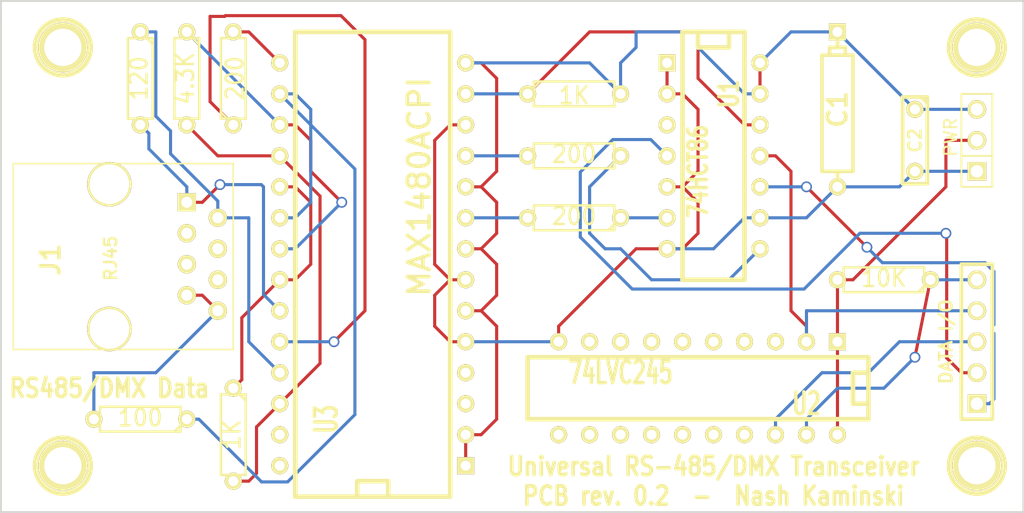
<source format=kicad_pcb>
(kicad_pcb (version 4) (host pcbnew "(2015-10-16 BZR 6271)-product")

  (general
    (links 55)
    (no_connects 0)
    (area 50.724999 16.9418 134.695001 60.0202)
    (thickness 1.6)
    (drawings 8)
    (tracks 206)
    (zones 0)
    (modules 21)
    (nets 23)
  )

  (page A3)
  (layers
    (0 F.Cu signal)
    (31 B.Cu signal)
    (32 B.Adhes user)
    (33 F.Adhes user)
    (34 B.Paste user)
    (35 F.Paste user)
    (36 B.SilkS user)
    (37 F.SilkS user)
    (38 B.Mask user)
    (39 F.Mask user)
    (40 Dwgs.User user)
    (41 Cmts.User user)
    (42 Eco1.User user)
    (43 Eco2.User user)
    (44 Edge.Cuts user)
  )

  (setup
    (last_trace_width 0.254)
    (trace_clearance 0.508)
    (zone_clearance 0.508)
    (zone_45_only no)
    (trace_min 0.254)
    (segment_width 0.2)
    (edge_width 0.15)
    (via_size 0.889)
    (via_drill 0.635)
    (via_min_size 0.889)
    (via_min_drill 0.508)
    (uvia_size 0.508)
    (uvia_drill 0.127)
    (uvias_allowed no)
    (uvia_min_size 0.508)
    (uvia_min_drill 0.127)
    (pcb_text_width 0.3)
    (pcb_text_size 1.5 1.5)
    (mod_edge_width 0.15)
    (mod_text_size 1.5 1.5)
    (mod_text_width 0.15)
    (pad_size 1.524 1.524)
    (pad_drill 0.762)
    (pad_to_mask_clearance 0.2)
    (aux_axis_origin 0 0)
    (visible_elements FFFFFFBF)
    (pcbplotparams
      (layerselection 0x010e0_80000001)
      (usegerberextensions false)
      (excludeedgelayer true)
      (linewidth 0.100000)
      (plotframeref false)
      (viasonmask false)
      (mode 1)
      (useauxorigin false)
      (hpglpennumber 1)
      (hpglpenspeed 20)
      (hpglpendiameter 15)
      (hpglpenoverlay 2)
      (psnegative false)
      (psa4output false)
      (plotreference true)
      (plotvalue true)
      (plotinvisibletext false)
      (padsonsilk false)
      (subtractmaskfromsilk false)
      (outputformat 1)
      (mirror false)
      (drillshape 0)
      (scaleselection 1)
      (outputdirectory /Users/nashkaminski/Desktop/1480_DMX_NEW/1480_dmx_gerbers/))
  )

  (net 0 "")
  (net 1 3V3)
  (net 2 GND)
  (net 3 N-000001)
  (net 4 N-000002)
  (net 5 N-0000022)
  (net 6 N-0000026)
  (net 7 N-0000028)
  (net 8 N-0000029)
  (net 9 N-000003)
  (net 10 N-0000030)
  (net 11 N-0000032)
  (net 12 N-0000033)
  (net 13 N-0000034)
  (net 14 N-0000035)
  (net 15 N-0000036)
  (net 16 N-0000037)
  (net 17 N-0000040)
  (net 18 N-0000041)
  (net 19 N-0000042)
  (net 20 N-000005)
  (net 21 N-000006)
  (net 22 VCC)

  (net_class Default "This is the default net class."
    (clearance 0.508)
    (trace_width 0.254)
    (via_dia 0.889)
    (via_drill 0.635)
    (uvia_dia 0.508)
    (uvia_drill 0.127)
    (add_net 3V3)
    (add_net GND)
    (add_net N-000001)
    (add_net N-000002)
    (add_net N-0000022)
    (add_net N-0000026)
    (add_net N-0000028)
    (add_net N-0000029)
    (add_net N-000003)
    (add_net N-0000030)
    (add_net N-0000032)
    (add_net N-0000033)
    (add_net N-0000034)
    (add_net N-0000035)
    (add_net N-0000036)
    (add_net N-0000037)
    (add_net N-0000040)
    (add_net N-0000041)
    (add_net N-0000042)
    (add_net N-000005)
    (add_net N-000006)
    (add_net VCC)
  )

  (module RJ45_8 placed (layer F.Cu) (tedit 5657D7C7) (tstamp 56577490)
    (at 59.69 38.735 270)
    (tags RJ45)
    (path /56576E76)
    (fp_text reference J1 (at 0.254 4.826 270) (layer F.SilkS)
      (effects (font (thickness 0.3048)))
    )
    (fp_text value RJ45 (at 0.14224 -0.1016 270) (layer F.SilkS)
      (effects (font (size 1.00076 1.00076) (thickness 0.2032)))
    )
    (fp_line (start -7.62 7.874) (end 7.62 7.874) (layer F.SilkS) (width 0.127))
    (fp_line (start 7.62 7.874) (end 7.62 -10.16) (layer F.SilkS) (width 0.127))
    (fp_line (start 7.62 -10.16) (end -7.62 -10.16) (layer F.SilkS) (width 0.127))
    (fp_line (start -7.62 -10.16) (end -7.62 7.874) (layer F.SilkS) (width 0.127))
    (pad Hole thru_hole circle (at 5.93852 0 270) (size 3.64998 3.64998) (drill 3.2512) (layers *.Cu *.Mask F.SilkS))
    (pad Hole thru_hole circle (at -5.9309 0 270) (size 3.64998 3.64998) (drill 3.2512) (layers *.Cu *.Mask F.SilkS))
    (pad 1 thru_hole rect (at -4.445 -6.35 270) (size 1.50114 1.50114) (drill 0.89916) (layers *.Cu *.Mask F.SilkS)
      (net 14 N-0000035))
    (pad 2 thru_hole circle (at -3.175 -8.89 270) (size 1.50114 1.50114) (drill 0.89916) (layers *.Cu *.Mask F.SilkS)
      (net 13 N-0000034))
    (pad 3 thru_hole circle (at -1.905 -6.35 270) (size 1.50114 1.50114) (drill 0.89916) (layers *.Cu *.Mask F.SilkS))
    (pad 4 thru_hole circle (at -0.635 -8.89 270) (size 1.50114 1.50114) (drill 0.89916) (layers *.Cu *.Mask F.SilkS))
    (pad 5 thru_hole circle (at 0.635 -6.35 270) (size 1.50114 1.50114) (drill 0.89916) (layers *.Cu *.Mask F.SilkS))
    (pad 6 thru_hole circle (at 1.905 -8.89 270) (size 1.50114 1.50114) (drill 0.89916) (layers *.Cu *.Mask F.SilkS))
    (pad 7 thru_hole circle (at 3.175 -6.35 270) (size 1.50114 1.50114) (drill 0.89916) (layers *.Cu *.Mask F.SilkS)
      (net 6 N-0000026))
    (pad 8 thru_hole circle (at 4.445 -8.89 270) (size 1.50114 1.50114) (drill 0.89916) (layers *.Cu *.Mask F.SilkS)
      (net 6 N-0000026))
    (model connectors/RJ45_8.wrl
      (at (xyz 0 0 0))
      (scale (xyz 0.4 0.4 0.4))
      (rotate (xyz 0 0 0))
    )
  )

  (module R3 placed (layer F.Cu) (tedit 4E4C0E65) (tstamp 565774C8)
    (at 62.23 52.07 180)
    (descr "Resitance 3 pas")
    (tags R)
    (path /5642EA3B)
    (autoplace_cost180 10)
    (fp_text reference R8 (at 0 0.127 180) (layer F.SilkS) hide
      (effects (font (size 1.397 1.27) (thickness 0.2032)))
    )
    (fp_text value 100 (at 0 0.127 180) (layer F.SilkS)
      (effects (font (size 1.397 1.27) (thickness 0.2032)))
    )
    (fp_line (start -3.81 0) (end -3.302 0) (layer F.SilkS) (width 0.2032))
    (fp_line (start 3.81 0) (end 3.302 0) (layer F.SilkS) (width 0.2032))
    (fp_line (start 3.302 0) (end 3.302 -1.016) (layer F.SilkS) (width 0.2032))
    (fp_line (start 3.302 -1.016) (end -3.302 -1.016) (layer F.SilkS) (width 0.2032))
    (fp_line (start -3.302 -1.016) (end -3.302 1.016) (layer F.SilkS) (width 0.2032))
    (fp_line (start -3.302 1.016) (end 3.302 1.016) (layer F.SilkS) (width 0.2032))
    (fp_line (start 3.302 1.016) (end 3.302 0) (layer F.SilkS) (width 0.2032))
    (fp_line (start -3.302 -0.508) (end -2.794 -1.016) (layer F.SilkS) (width 0.2032))
    (pad 1 thru_hole circle (at -3.81 0 180) (size 1.397 1.397) (drill 0.8128) (layers *.Cu *.Mask F.SilkS)
      (net 7 N-0000028))
    (pad 2 thru_hole circle (at 3.81 0 180) (size 1.397 1.397) (drill 0.8128) (layers *.Cu *.Mask F.SilkS)
      (net 6 N-0000026))
    (model discret/resistor.wrl
      (at (xyz 0 0 0))
      (scale (xyz 0.3 0.3 0.3))
      (rotate (xyz 0 0 0))
    )
  )

  (module R3 placed (layer F.Cu) (tedit 4E4C0E65) (tstamp 5657749E)
    (at 62.23 24.13 270)
    (descr "Resitance 3 pas")
    (tags R)
    (path /5642ED99)
    (autoplace_cost180 10)
    (fp_text reference R9 (at 0 0.127 270) (layer F.SilkS) hide
      (effects (font (size 1.397 1.27) (thickness 0.2032)))
    )
    (fp_text value 120 (at 0 0.127 270) (layer F.SilkS)
      (effects (font (size 1.397 1.27) (thickness 0.2032)))
    )
    (fp_line (start -3.81 0) (end -3.302 0) (layer F.SilkS) (width 0.2032))
    (fp_line (start 3.81 0) (end 3.302 0) (layer F.SilkS) (width 0.2032))
    (fp_line (start 3.302 0) (end 3.302 -1.016) (layer F.SilkS) (width 0.2032))
    (fp_line (start 3.302 -1.016) (end -3.302 -1.016) (layer F.SilkS) (width 0.2032))
    (fp_line (start -3.302 -1.016) (end -3.302 1.016) (layer F.SilkS) (width 0.2032))
    (fp_line (start -3.302 1.016) (end 3.302 1.016) (layer F.SilkS) (width 0.2032))
    (fp_line (start 3.302 1.016) (end 3.302 0) (layer F.SilkS) (width 0.2032))
    (fp_line (start -3.302 -0.508) (end -2.794 -1.016) (layer F.SilkS) (width 0.2032))
    (pad 1 thru_hole circle (at -3.81 0 270) (size 1.397 1.397) (drill 0.8128) (layers *.Cu *.Mask F.SilkS)
      (net 13 N-0000034))
    (pad 2 thru_hole circle (at 3.81 0 270) (size 1.397 1.397) (drill 0.8128) (layers *.Cu *.Mask F.SilkS)
      (net 14 N-0000035))
    (model discret/resistor.wrl
      (at (xyz 0 0 0))
      (scale (xyz 0.3 0.3 0.3))
      (rotate (xyz 0 0 0))
    )
  )

  (module R3 placed (layer F.Cu) (tedit 4E4C0E65) (tstamp 565774AC)
    (at 97.79 35.56 180)
    (descr "Resitance 3 pas")
    (tags R)
    (path /5642D2FE)
    (autoplace_cost180 10)
    (fp_text reference R2 (at 0 0.127 180) (layer F.SilkS) hide
      (effects (font (size 1.397 1.27) (thickness 0.2032)))
    )
    (fp_text value 200 (at 0 0.127 180) (layer F.SilkS)
      (effects (font (size 1.397 1.27) (thickness 0.2032)))
    )
    (fp_line (start -3.81 0) (end -3.302 0) (layer F.SilkS) (width 0.2032))
    (fp_line (start 3.81 0) (end 3.302 0) (layer F.SilkS) (width 0.2032))
    (fp_line (start 3.302 0) (end 3.302 -1.016) (layer F.SilkS) (width 0.2032))
    (fp_line (start 3.302 -1.016) (end -3.302 -1.016) (layer F.SilkS) (width 0.2032))
    (fp_line (start -3.302 -1.016) (end -3.302 1.016) (layer F.SilkS) (width 0.2032))
    (fp_line (start -3.302 1.016) (end 3.302 1.016) (layer F.SilkS) (width 0.2032))
    (fp_line (start 3.302 1.016) (end 3.302 0) (layer F.SilkS) (width 0.2032))
    (fp_line (start -3.302 -0.508) (end -2.794 -1.016) (layer F.SilkS) (width 0.2032))
    (pad 1 thru_hole circle (at -3.81 0 180) (size 1.397 1.397) (drill 0.8128) (layers *.Cu *.Mask F.SilkS)
      (net 15 N-0000036))
    (pad 2 thru_hole circle (at 3.81 0 180) (size 1.397 1.397) (drill 0.8128) (layers *.Cu *.Mask F.SilkS)
      (net 17 N-0000040))
    (model discret/resistor.wrl
      (at (xyz 0 0 0))
      (scale (xyz 0.3 0.3 0.3))
      (rotate (xyz 0 0 0))
    )
  )

  (module R3 placed (layer F.Cu) (tedit 4E4C0E65) (tstamp 565774BA)
    (at 97.79 30.48 180)
    (descr "Resitance 3 pas")
    (tags R)
    (path /5642D30D)
    (autoplace_cost180 10)
    (fp_text reference R3 (at 0 0.127 180) (layer F.SilkS) hide
      (effects (font (size 1.397 1.27) (thickness 0.2032)))
    )
    (fp_text value 200 (at 0 0.127 180) (layer F.SilkS)
      (effects (font (size 1.397 1.27) (thickness 0.2032)))
    )
    (fp_line (start -3.81 0) (end -3.302 0) (layer F.SilkS) (width 0.2032))
    (fp_line (start 3.81 0) (end 3.302 0) (layer F.SilkS) (width 0.2032))
    (fp_line (start 3.302 0) (end 3.302 -1.016) (layer F.SilkS) (width 0.2032))
    (fp_line (start 3.302 -1.016) (end -3.302 -1.016) (layer F.SilkS) (width 0.2032))
    (fp_line (start -3.302 -1.016) (end -3.302 1.016) (layer F.SilkS) (width 0.2032))
    (fp_line (start -3.302 1.016) (end 3.302 1.016) (layer F.SilkS) (width 0.2032))
    (fp_line (start 3.302 1.016) (end 3.302 0) (layer F.SilkS) (width 0.2032))
    (fp_line (start -3.302 -0.508) (end -2.794 -1.016) (layer F.SilkS) (width 0.2032))
    (pad 1 thru_hole circle (at -3.81 0 180) (size 1.397 1.397) (drill 0.8128) (layers *.Cu *.Mask F.SilkS)
      (net 16 N-0000037))
    (pad 2 thru_hole circle (at 3.81 0 180) (size 1.397 1.397) (drill 0.8128) (layers *.Cu *.Mask F.SilkS)
      (net 18 N-0000041))
    (model discret/resistor.wrl
      (at (xyz 0 0 0))
      (scale (xyz 0.3 0.3 0.3))
      (rotate (xyz 0 0 0))
    )
  )

  (module R3 placed (layer F.Cu) (tedit 4E4C0E65) (tstamp 565774D6)
    (at 97.79 25.4)
    (descr "Resitance 3 pas")
    (tags R)
    (path /5642DD0B)
    (autoplace_cost180 10)
    (fp_text reference R4 (at 0 0.127) (layer F.SilkS) hide
      (effects (font (size 1.397 1.27) (thickness 0.2032)))
    )
    (fp_text value 1K (at 0 0.127) (layer F.SilkS)
      (effects (font (size 1.397 1.27) (thickness 0.2032)))
    )
    (fp_line (start -3.81 0) (end -3.302 0) (layer F.SilkS) (width 0.2032))
    (fp_line (start 3.81 0) (end 3.302 0) (layer F.SilkS) (width 0.2032))
    (fp_line (start 3.302 0) (end 3.302 -1.016) (layer F.SilkS) (width 0.2032))
    (fp_line (start 3.302 -1.016) (end -3.302 -1.016) (layer F.SilkS) (width 0.2032))
    (fp_line (start -3.302 -1.016) (end -3.302 1.016) (layer F.SilkS) (width 0.2032))
    (fp_line (start -3.302 1.016) (end 3.302 1.016) (layer F.SilkS) (width 0.2032))
    (fp_line (start 3.302 1.016) (end 3.302 0) (layer F.SilkS) (width 0.2032))
    (fp_line (start -3.302 -0.508) (end -2.794 -1.016) (layer F.SilkS) (width 0.2032))
    (pad 1 thru_hole circle (at -3.81 0) (size 1.397 1.397) (drill 0.8128) (layers *.Cu *.Mask F.SilkS)
      (net 19 N-0000042))
    (pad 2 thru_hole circle (at 3.81 0) (size 1.397 1.397) (drill 0.8128) (layers *.Cu *.Mask F.SilkS)
      (net 22 VCC))
    (model discret/resistor.wrl
      (at (xyz 0 0 0))
      (scale (xyz 0.3 0.3 0.3))
      (rotate (xyz 0 0 0))
    )
  )

  (module R3 placed (layer F.Cu) (tedit 4E4C0E65) (tstamp 5657D347)
    (at 69.85 24.13 90)
    (descr "Resitance 3 pas")
    (tags R)
    (path /5642E9F3)
    (autoplace_cost180 10)
    (fp_text reference R7 (at 0 0.127 90) (layer F.SilkS) hide
      (effects (font (size 1.397 1.27) (thickness 0.2032)))
    )
    (fp_text value 200 (at 0 0.127 90) (layer F.SilkS)
      (effects (font (size 1.397 1.27) (thickness 0.2032)))
    )
    (fp_line (start -3.81 0) (end -3.302 0) (layer F.SilkS) (width 0.2032))
    (fp_line (start 3.81 0) (end 3.302 0) (layer F.SilkS) (width 0.2032))
    (fp_line (start 3.302 0) (end 3.302 -1.016) (layer F.SilkS) (width 0.2032))
    (fp_line (start 3.302 -1.016) (end -3.302 -1.016) (layer F.SilkS) (width 0.2032))
    (fp_line (start -3.302 -1.016) (end -3.302 1.016) (layer F.SilkS) (width 0.2032))
    (fp_line (start -3.302 1.016) (end 3.302 1.016) (layer F.SilkS) (width 0.2032))
    (fp_line (start 3.302 1.016) (end 3.302 0) (layer F.SilkS) (width 0.2032))
    (fp_line (start -3.302 -0.508) (end -2.794 -1.016) (layer F.SilkS) (width 0.2032))
    (pad 1 thru_hole circle (at -3.81 0 90) (size 1.397 1.397) (drill 0.8128) (layers *.Cu *.Mask F.SilkS)
      (net 8 N-0000029))
    (pad 2 thru_hole circle (at 3.81 0 90) (size 1.397 1.397) (drill 0.8128) (layers *.Cu *.Mask F.SilkS)
      (net 10 N-0000030))
    (model discret/resistor.wrl
      (at (xyz 0 0 0))
      (scale (xyz 0.3 0.3 0.3))
      (rotate (xyz 0 0 0))
    )
  )

  (module R3 placed (layer F.Cu) (tedit 4E4C0E65) (tstamp 565774F2)
    (at 66.04 24.13 270)
    (descr "Resitance 3 pas")
    (tags R)
    (path /5642E9E4)
    (autoplace_cost180 10)
    (fp_text reference R5 (at 0 0.127 270) (layer F.SilkS) hide
      (effects (font (size 1.397 1.27) (thickness 0.2032)))
    )
    (fp_text value 4.3K (at 0 0.127 270) (layer F.SilkS)
      (effects (font (size 1.397 1.27) (thickness 0.2032)))
    )
    (fp_line (start -3.81 0) (end -3.302 0) (layer F.SilkS) (width 0.2032))
    (fp_line (start 3.81 0) (end 3.302 0) (layer F.SilkS) (width 0.2032))
    (fp_line (start 3.302 0) (end 3.302 -1.016) (layer F.SilkS) (width 0.2032))
    (fp_line (start 3.302 -1.016) (end -3.302 -1.016) (layer F.SilkS) (width 0.2032))
    (fp_line (start -3.302 -1.016) (end -3.302 1.016) (layer F.SilkS) (width 0.2032))
    (fp_line (start -3.302 1.016) (end 3.302 1.016) (layer F.SilkS) (width 0.2032))
    (fp_line (start 3.302 1.016) (end 3.302 0) (layer F.SilkS) (width 0.2032))
    (fp_line (start -3.302 -0.508) (end -2.794 -1.016) (layer F.SilkS) (width 0.2032))
    (pad 1 thru_hole circle (at -3.81 0 270) (size 1.397 1.397) (drill 0.8128) (layers *.Cu *.Mask F.SilkS)
      (net 12 N-0000033))
    (pad 2 thru_hole circle (at 3.81 0 270) (size 1.397 1.397) (drill 0.8128) (layers *.Cu *.Mask F.SilkS)
      (net 5 N-0000022))
    (model discret/resistor.wrl
      (at (xyz 0 0 0))
      (scale (xyz 0.3 0.3 0.3))
      (rotate (xyz 0 0 0))
    )
  )

  (module R3 placed (layer F.Cu) (tedit 4E4C0E65) (tstamp 56577500)
    (at 123.19 40.64 180)
    (descr "Resitance 3 pas")
    (tags R)
    (path /5642E771)
    (autoplace_cost180 10)
    (fp_text reference R1 (at 0 0.127 180) (layer F.SilkS) hide
      (effects (font (size 1.397 1.27) (thickness 0.2032)))
    )
    (fp_text value 10K (at 0 0.127 180) (layer F.SilkS)
      (effects (font (size 1.397 1.27) (thickness 0.2032)))
    )
    (fp_line (start -3.81 0) (end -3.302 0) (layer F.SilkS) (width 0.2032))
    (fp_line (start 3.81 0) (end 3.302 0) (layer F.SilkS) (width 0.2032))
    (fp_line (start 3.302 0) (end 3.302 -1.016) (layer F.SilkS) (width 0.2032))
    (fp_line (start 3.302 -1.016) (end -3.302 -1.016) (layer F.SilkS) (width 0.2032))
    (fp_line (start -3.302 -1.016) (end -3.302 1.016) (layer F.SilkS) (width 0.2032))
    (fp_line (start -3.302 1.016) (end 3.302 1.016) (layer F.SilkS) (width 0.2032))
    (fp_line (start 3.302 1.016) (end 3.302 0) (layer F.SilkS) (width 0.2032))
    (fp_line (start -3.302 -0.508) (end -2.794 -1.016) (layer F.SilkS) (width 0.2032))
    (pad 1 thru_hole circle (at -3.81 0 180) (size 1.397 1.397) (drill 0.8128) (layers *.Cu *.Mask F.SilkS)
      (net 9 N-000003))
    (pad 2 thru_hole circle (at 3.81 0 180) (size 1.397 1.397) (drill 0.8128) (layers *.Cu *.Mask F.SilkS)
      (net 1 3V3))
    (model discret/resistor.wrl
      (at (xyz 0 0 0))
      (scale (xyz 0.3 0.3 0.3))
      (rotate (xyz 0 0 0))
    )
  )

  (module R3 placed (layer F.Cu) (tedit 4E4C0E65) (tstamp 5657750E)
    (at 69.85 53.34 270)
    (descr "Resitance 3 pas")
    (tags R)
    (path /5642E9D5)
    (autoplace_cost180 10)
    (fp_text reference R6 (at 0 0.127 270) (layer F.SilkS) hide
      (effects (font (size 1.397 1.27) (thickness 0.2032)))
    )
    (fp_text value 1K (at 0 0.127 270) (layer F.SilkS)
      (effects (font (size 1.397 1.27) (thickness 0.2032)))
    )
    (fp_line (start -3.81 0) (end -3.302 0) (layer F.SilkS) (width 0.2032))
    (fp_line (start 3.81 0) (end 3.302 0) (layer F.SilkS) (width 0.2032))
    (fp_line (start 3.302 0) (end 3.302 -1.016) (layer F.SilkS) (width 0.2032))
    (fp_line (start 3.302 -1.016) (end -3.302 -1.016) (layer F.SilkS) (width 0.2032))
    (fp_line (start -3.302 -1.016) (end -3.302 1.016) (layer F.SilkS) (width 0.2032))
    (fp_line (start -3.302 1.016) (end 3.302 1.016) (layer F.SilkS) (width 0.2032))
    (fp_line (start 3.302 1.016) (end 3.302 0) (layer F.SilkS) (width 0.2032))
    (fp_line (start -3.302 -0.508) (end -2.794 -1.016) (layer F.SilkS) (width 0.2032))
    (pad 1 thru_hole circle (at -3.81 0 270) (size 1.397 1.397) (drill 0.8128) (layers *.Cu *.Mask F.SilkS)
      (net 11 N-0000032))
    (pad 2 thru_hole circle (at 3.81 0 270) (size 1.397 1.397) (drill 0.8128) (layers *.Cu *.Mask F.SilkS)
      (net 5 N-0000022))
    (model discret/resistor.wrl
      (at (xyz 0 0 0))
      (scale (xyz 0.3 0.3 0.3))
      (rotate (xyz 0 0 0))
    )
  )

  (module PIN_ARRAY_5x1 placed (layer F.Cu) (tedit 5657E222) (tstamp 5657751B)
    (at 130.81 45.72 90)
    (descr "Double rangee de contacts 2 x 5 pins")
    (tags CONN)
    (path /5642E55C)
    (fp_text reference "DATA I/O" (at 0 -2.54 90) (layer F.SilkS)
      (effects (font (size 1.016 1.016) (thickness 0.2032)))
    )
    (fp_text value CONN_5 (at 0 2.54 90) (layer F.SilkS) hide
      (effects (font (size 1.016 1.016) (thickness 0.2032)))
    )
    (fp_line (start -6.35 -1.27) (end -6.35 1.27) (layer F.SilkS) (width 0.3048))
    (fp_line (start 6.35 1.27) (end 6.35 -1.27) (layer F.SilkS) (width 0.3048))
    (fp_line (start -6.35 -1.27) (end 6.35 -1.27) (layer F.SilkS) (width 0.3048))
    (fp_line (start 6.35 1.27) (end -6.35 1.27) (layer F.SilkS) (width 0.3048))
    (pad 1 thru_hole rect (at -5.08 0 90) (size 1.524 1.524) (drill 1.016) (layers *.Cu *.Mask F.SilkS)
      (net 4 N-000002))
    (pad 2 thru_hole circle (at -2.54 0 90) (size 1.524 1.524) (drill 1.016) (layers *.Cu *.Mask F.SilkS)
      (net 3 N-000001))
    (pad 3 thru_hole circle (at 0 0 90) (size 1.524 1.524) (drill 1.016) (layers *.Cu *.Mask F.SilkS)
      (net 20 N-000005))
    (pad 4 thru_hole circle (at 2.54 0 90) (size 1.524 1.524) (drill 1.016) (layers *.Cu *.Mask F.SilkS)
      (net 21 N-000006))
    (pad 5 thru_hole circle (at 5.08 0 90) (size 1.524 1.524) (drill 1.016) (layers *.Cu *.Mask F.SilkS)
      (net 9 N-000003))
    (model pin_array/pins_array_5x1.wrl
      (at (xyz 0 0 0))
      (scale (xyz 1 1 1))
      (rotate (xyz 0 0 0))
    )
  )

  (module PIN_ARRAY_3X1 placed (layer F.Cu) (tedit 5657E216) (tstamp 56577527)
    (at 130.81 29.21 90)
    (descr "Connecteur 3 pins")
    (tags "CONN DEV")
    (path /5642E397)
    (fp_text reference PWR (at 0.254 -2.159 90) (layer F.SilkS)
      (effects (font (size 1.016 1.016) (thickness 0.1524)))
    )
    (fp_text value CONN_3 (at 0 -2.159 90) (layer F.SilkS) hide
      (effects (font (size 1.016 1.016) (thickness 0.1524)))
    )
    (fp_line (start -3.81 1.27) (end -3.81 -1.27) (layer F.SilkS) (width 0.1524))
    (fp_line (start -3.81 -1.27) (end 3.81 -1.27) (layer F.SilkS) (width 0.1524))
    (fp_line (start 3.81 -1.27) (end 3.81 1.27) (layer F.SilkS) (width 0.1524))
    (fp_line (start 3.81 1.27) (end -3.81 1.27) (layer F.SilkS) (width 0.1524))
    (fp_line (start -1.27 -1.27) (end -1.27 1.27) (layer F.SilkS) (width 0.1524))
    (pad 1 thru_hole rect (at -2.54 0 90) (size 1.524 1.524) (drill 1.016) (layers *.Cu *.Mask F.SilkS)
      (net 2 GND))
    (pad 2 thru_hole circle (at 0 0 90) (size 1.524 1.524) (drill 1.016) (layers *.Cu *.Mask F.SilkS)
      (net 1 3V3))
    (pad 3 thru_hole circle (at 2.54 0 90) (size 1.524 1.524) (drill 1.016) (layers *.Cu *.Mask F.SilkS)
      (net 22 VCC))
    (model pin_array/pins_array_3x1.wrl
      (at (xyz 0 0 0))
      (scale (xyz 1 1 1))
      (rotate (xyz 0 0 0))
    )
  )

  (module DIP-28__600 placed (layer F.Cu) (tedit 200000) (tstamp 5657754F)
    (at 81.28 39.37 90)
    (descr "Module Dil 28 pins, pads ronds, e=600 mils")
    (tags DIL)
    (path /5642D1BB)
    (fp_text reference U3 (at -12.7 -3.81 90) (layer F.SilkS)
      (effects (font (size 1.778 1.143) (thickness 0.3048)))
    )
    (fp_text value MAX1480ACPI (at 6.35 3.81 90) (layer F.SilkS)
      (effects (font (size 1.778 1.778) (thickness 0.3048)))
    )
    (fp_line (start -19.05 -1.27) (end -19.05 -1.27) (layer F.SilkS) (width 0.381))
    (fp_line (start -19.05 -1.27) (end -17.78 -1.27) (layer F.SilkS) (width 0.381))
    (fp_line (start -17.78 -1.27) (end -17.78 1.27) (layer F.SilkS) (width 0.381))
    (fp_line (start -17.78 1.27) (end -19.05 1.27) (layer F.SilkS) (width 0.381))
    (fp_line (start -19.05 -6.35) (end 19.05 -6.35) (layer F.SilkS) (width 0.381))
    (fp_line (start 19.05 -6.35) (end 19.05 6.35) (layer F.SilkS) (width 0.381))
    (fp_line (start 19.05 6.35) (end -19.05 6.35) (layer F.SilkS) (width 0.381))
    (fp_line (start -19.05 6.35) (end -19.05 -6.35) (layer F.SilkS) (width 0.381))
    (pad 1 thru_hole rect (at -16.51 7.62 90) (size 1.397 1.397) (drill 0.8128) (layers *.Cu *.Mask F.SilkS)
      (net 22 VCC))
    (pad 2 thru_hole circle (at -13.97 7.62 90) (size 1.397 1.397) (drill 0.8128) (layers *.Cu *.Mask F.SilkS)
      (net 22 VCC))
    (pad 3 thru_hole circle (at -11.43 7.62 90) (size 1.397 1.397) (drill 0.8128) (layers *.Cu *.Mask F.SilkS))
    (pad 4 thru_hole circle (at -8.89 7.62 90) (size 1.397 1.397) (drill 0.8128) (layers *.Cu *.Mask F.SilkS))
    (pad 5 thru_hole circle (at -6.35 7.62 90) (size 1.397 1.397) (drill 0.8128) (layers *.Cu *.Mask F.SilkS)
      (net 2 GND))
    (pad 6 thru_hole circle (at -3.81 7.62 90) (size 1.397 1.397) (drill 0.8128) (layers *.Cu *.Mask F.SilkS)
      (net 22 VCC))
    (pad 7 thru_hole circle (at -1.27 7.62 90) (size 1.397 1.397) (drill 0.8128) (layers *.Cu *.Mask F.SilkS)
      (net 2 GND))
    (pad 8 thru_hole circle (at 1.27 7.62 90) (size 1.397 1.397) (drill 0.8128) (layers *.Cu *.Mask F.SilkS)
      (net 22 VCC))
    (pad 9 thru_hole circle (at 3.81 7.62 90) (size 1.397 1.397) (drill 0.8128) (layers *.Cu *.Mask F.SilkS)
      (net 17 N-0000040))
    (pad 10 thru_hole circle (at 6.35 7.62 90) (size 1.397 1.397) (drill 0.8128) (layers *.Cu *.Mask F.SilkS)
      (net 22 VCC))
    (pad 11 thru_hole circle (at 8.89 7.62 90) (size 1.397 1.397) (drill 0.8128) (layers *.Cu *.Mask F.SilkS)
      (net 18 N-0000041))
    (pad 12 thru_hole circle (at 11.43 7.62 90) (size 1.397 1.397) (drill 0.8128) (layers *.Cu *.Mask F.SilkS)
      (net 2 GND))
    (pad 13 thru_hole circle (at 13.97 7.62 90) (size 1.397 1.397) (drill 0.8128) (layers *.Cu *.Mask F.SilkS)
      (net 19 N-0000042))
    (pad 14 thru_hole circle (at 16.51 7.62 90) (size 1.397 1.397) (drill 0.8128) (layers *.Cu *.Mask F.SilkS)
      (net 22 VCC))
    (pad 15 thru_hole circle (at 16.51 -7.62 90) (size 1.397 1.397) (drill 0.8128) (layers *.Cu *.Mask F.SilkS)
      (net 10 N-0000030))
    (pad 16 thru_hole circle (at 13.97 -7.62 90) (size 1.397 1.397) (drill 0.8128) (layers *.Cu *.Mask F.SilkS)
      (net 7 N-0000028))
    (pad 17 thru_hole circle (at 11.43 -7.62 90) (size 1.397 1.397) (drill 0.8128) (layers *.Cu *.Mask F.SilkS)
      (net 12 N-0000033))
    (pad 18 thru_hole circle (at 8.89 -7.62 90) (size 1.397 1.397) (drill 0.8128) (layers *.Cu *.Mask F.SilkS)
      (net 5 N-0000022))
    (pad 19 thru_hole circle (at 6.35 -7.62 90) (size 1.397 1.397) (drill 0.8128) (layers *.Cu *.Mask F.SilkS)
      (net 11 N-0000032))
    (pad 20 thru_hole circle (at 3.81 -7.62 90) (size 1.397 1.397) (drill 0.8128) (layers *.Cu *.Mask F.SilkS)
      (net 7 N-0000028))
    (pad 21 thru_hole circle (at 1.27 -7.62 90) (size 1.397 1.397) (drill 0.8128) (layers *.Cu *.Mask F.SilkS)
      (net 12 N-0000033))
    (pad 22 thru_hole circle (at -1.27 -7.62 90) (size 1.397 1.397) (drill 0.8128) (layers *.Cu *.Mask F.SilkS)
      (net 11 N-0000032))
    (pad 23 thru_hole circle (at -3.81 -7.62 90) (size 1.397 1.397) (drill 0.8128) (layers *.Cu *.Mask F.SilkS)
      (net 14 N-0000035))
    (pad 24 thru_hole circle (at -6.35 -7.62 90) (size 1.397 1.397) (drill 0.8128) (layers *.Cu *.Mask F.SilkS)
      (net 8 N-0000029))
    (pad 25 thru_hole circle (at -8.89 -7.62 90) (size 1.397 1.397) (drill 0.8128) (layers *.Cu *.Mask F.SilkS)
      (net 13 N-0000034))
    (pad 26 thru_hole circle (at -11.43 -7.62 90) (size 1.397 1.397) (drill 0.8128) (layers *.Cu *.Mask F.SilkS)
      (net 5 N-0000022))
    (pad 27 thru_hole circle (at -13.97 -7.62 90) (size 1.397 1.397) (drill 0.8128) (layers *.Cu *.Mask F.SilkS))
    (pad 28 thru_hole circle (at -16.51 -7.62 90) (size 1.397 1.397) (drill 0.8128) (layers *.Cu *.Mask F.SilkS))
    (model dil/dil_28-w600.wrl
      (at (xyz 0 0 0))
      (scale (xyz 1 1 1))
      (rotate (xyz 0 0 0))
    )
  )

  (module DIP-20__300 placed (layer F.Cu) (tedit 200000) (tstamp 5657756E)
    (at 107.95 49.53 180)
    (descr "20 pins DIL package, round pads")
    (tags DIL)
    (path /5642E103)
    (fp_text reference U2 (at -8.89 -1.27 180) (layer F.SilkS)
      (effects (font (size 1.778 1.143) (thickness 0.3048)))
    )
    (fp_text value 74LVC245 (at 6.35 1.27 180) (layer F.SilkS)
      (effects (font (size 1.778 1.143) (thickness 0.3048)))
    )
    (fp_line (start -13.97 -1.27) (end -12.7 -1.27) (layer F.SilkS) (width 0.381))
    (fp_line (start -12.7 -1.27) (end -12.7 1.27) (layer F.SilkS) (width 0.381))
    (fp_line (start -12.7 1.27) (end -13.97 1.27) (layer F.SilkS) (width 0.381))
    (fp_line (start -13.97 -2.54) (end 13.97 -2.54) (layer F.SilkS) (width 0.381))
    (fp_line (start 13.97 -2.54) (end 13.97 2.54) (layer F.SilkS) (width 0.381))
    (fp_line (start 13.97 2.54) (end -13.97 2.54) (layer F.SilkS) (width 0.381))
    (fp_line (start -13.97 2.54) (end -13.97 -2.54) (layer F.SilkS) (width 0.381))
    (pad 1 thru_hole rect (at -11.43 3.81 180) (size 1.397 1.397) (drill 0.8128) (layers *.Cu *.Mask F.SilkS)
      (net 1 3V3))
    (pad 2 thru_hole circle (at -8.89 3.81 180) (size 1.397 1.397) (drill 0.8128) (layers *.Cu *.Mask F.SilkS)
      (net 21 N-000006))
    (pad 3 thru_hole circle (at -6.35 3.81 180) (size 1.397 1.397) (drill 0.8128) (layers *.Cu *.Mask F.SilkS))
    (pad 4 thru_hole circle (at -3.81 3.81 180) (size 1.397 1.397) (drill 0.8128) (layers *.Cu *.Mask F.SilkS))
    (pad 5 thru_hole circle (at -1.27 3.81 180) (size 1.397 1.397) (drill 0.8128) (layers *.Cu *.Mask F.SilkS))
    (pad 6 thru_hole circle (at 1.27 3.81 180) (size 1.397 1.397) (drill 0.8128) (layers *.Cu *.Mask F.SilkS))
    (pad 7 thru_hole circle (at 3.81 3.81 180) (size 1.397 1.397) (drill 0.8128) (layers *.Cu *.Mask F.SilkS))
    (pad 8 thru_hole circle (at 6.35 3.81 180) (size 1.397 1.397) (drill 0.8128) (layers *.Cu *.Mask F.SilkS))
    (pad 9 thru_hole circle (at 8.89 3.81 180) (size 1.397 1.397) (drill 0.8128) (layers *.Cu *.Mask F.SilkS))
    (pad 10 thru_hole circle (at 11.43 3.81 180) (size 1.397 1.397) (drill 0.8128) (layers *.Cu *.Mask F.SilkS)
      (net 2 GND))
    (pad 11 thru_hole circle (at 11.43 -3.81 180) (size 1.397 1.397) (drill 0.8128) (layers *.Cu *.Mask F.SilkS))
    (pad 12 thru_hole circle (at 8.89 -3.81 180) (size 1.397 1.397) (drill 0.8128) (layers *.Cu *.Mask F.SilkS))
    (pad 13 thru_hole circle (at 6.35 -3.81 180) (size 1.397 1.397) (drill 0.8128) (layers *.Cu *.Mask F.SilkS))
    (pad 14 thru_hole circle (at 3.81 -3.81 180) (size 1.397 1.397) (drill 0.8128) (layers *.Cu *.Mask F.SilkS))
    (pad 15 thru_hole circle (at 1.27 -3.81 180) (size 1.397 1.397) (drill 0.8128) (layers *.Cu *.Mask F.SilkS))
    (pad 16 thru_hole circle (at -1.27 -3.81 180) (size 1.397 1.397) (drill 0.8128) (layers *.Cu *.Mask F.SilkS))
    (pad 17 thru_hole circle (at -3.81 -3.81 180) (size 1.397 1.397) (drill 0.8128) (layers *.Cu *.Mask F.SilkS))
    (pad 18 thru_hole circle (at -6.35 -3.81 180) (size 1.397 1.397) (drill 0.8128) (layers *.Cu *.Mask F.SilkS)
      (net 20 N-000005))
    (pad 19 thru_hole circle (at -8.89 -3.81 180) (size 1.397 1.397) (drill 0.8128) (layers *.Cu *.Mask F.SilkS)
      (net 9 N-000003))
    (pad 20 thru_hole circle (at -11.43 -3.81 180) (size 1.397 1.397) (drill 0.8128) (layers *.Cu *.Mask F.SilkS)
      (net 1 3V3))
    (model dil/dil_20.wrl
      (at (xyz 0 0 0))
      (scale (xyz 1 1 1))
      (rotate (xyz 0 0 0))
    )
  )

  (module DIP-14__300 placed (layer F.Cu) (tedit 200000) (tstamp 56577587)
    (at 109.22 30.48 270)
    (descr "14 pins DIL package, round pads")
    (tags DIL)
    (path /5642D709)
    (fp_text reference U1 (at -5.08 -1.27 270) (layer F.SilkS)
      (effects (font (size 1.524 1.143) (thickness 0.3048)))
    )
    (fp_text value 74HCT86 (at 1.27 1.27 270) (layer F.SilkS)
      (effects (font (size 1.524 1.143) (thickness 0.3048)))
    )
    (fp_line (start -10.16 -2.54) (end 10.16 -2.54) (layer F.SilkS) (width 0.381))
    (fp_line (start 10.16 2.54) (end -10.16 2.54) (layer F.SilkS) (width 0.381))
    (fp_line (start -10.16 2.54) (end -10.16 -2.54) (layer F.SilkS) (width 0.381))
    (fp_line (start -10.16 -1.27) (end -8.89 -1.27) (layer F.SilkS) (width 0.381))
    (fp_line (start -8.89 -1.27) (end -8.89 1.27) (layer F.SilkS) (width 0.381))
    (fp_line (start -8.89 1.27) (end -10.16 1.27) (layer F.SilkS) (width 0.381))
    (fp_line (start 10.16 -2.54) (end 10.16 2.54) (layer F.SilkS) (width 0.381))
    (pad 1 thru_hole rect (at -7.62 3.81 270) (size 1.397 1.397) (drill 0.8128) (layers *.Cu *.Mask F.SilkS)
      (net 2 GND))
    (pad 2 thru_hole circle (at -5.08 3.81 270) (size 1.397 1.397) (drill 0.8128) (layers *.Cu *.Mask F.SilkS)
      (net 2 GND))
    (pad 3 thru_hole circle (at -2.54 3.81 270) (size 1.397 1.397) (drill 0.8128) (layers *.Cu *.Mask F.SilkS))
    (pad 4 thru_hole circle (at 0 3.81 270) (size 1.397 1.397) (drill 0.8128) (layers *.Cu *.Mask F.SilkS)
      (net 3 N-000001))
    (pad 5 thru_hole circle (at 2.54 3.81 270) (size 1.397 1.397) (drill 0.8128) (layers *.Cu *.Mask F.SilkS)
      (net 2 GND))
    (pad 6 thru_hole circle (at 5.08 3.81 270) (size 1.397 1.397) (drill 0.8128) (layers *.Cu *.Mask F.SilkS)
      (net 15 N-0000036))
    (pad 7 thru_hole circle (at 7.62 3.81 270) (size 1.397 1.397) (drill 0.8128) (layers *.Cu *.Mask F.SilkS)
      (net 2 GND))
    (pad 8 thru_hole circle (at 7.62 -3.81 270) (size 1.397 1.397) (drill 0.8128) (layers *.Cu *.Mask F.SilkS)
      (net 16 N-0000037))
    (pad 9 thru_hole circle (at 5.08 -3.81 270) (size 1.397 1.397) (drill 0.8128) (layers *.Cu *.Mask F.SilkS)
      (net 2 GND))
    (pad 10 thru_hole circle (at 2.54 -3.81 270) (size 1.397 1.397) (drill 0.8128) (layers *.Cu *.Mask F.SilkS)
      (net 4 N-000002))
    (pad 11 thru_hole circle (at 0 -3.81 270) (size 1.397 1.397) (drill 0.8128) (layers *.Cu *.Mask F.SilkS)
      (net 21 N-000006))
    (pad 12 thru_hole circle (at -2.54 -3.81 270) (size 1.397 1.397) (drill 0.8128) (layers *.Cu *.Mask F.SilkS)
      (net 19 N-0000042))
    (pad 13 thru_hole circle (at -5.08 -3.81 270) (size 1.397 1.397) (drill 0.8128) (layers *.Cu *.Mask F.SilkS)
      (net 22 VCC))
    (pad 14 thru_hole circle (at -7.62 -3.81 270) (size 1.397 1.397) (drill 0.8128) (layers *.Cu *.Mask F.SilkS)
      (net 22 VCC))
    (model dil/dil_14.wrl
      (at (xyz 0 0 0))
      (scale (xyz 1 1 1))
      (rotate (xyz 0 0 0))
    )
  )

  (module CP5 placed (layer F.Cu) (tedit 200000) (tstamp 565775A2)
    (at 119.38 26.67 270)
    (descr "Condensateur polarise")
    (tags CP)
    (path /5642D238)
    (fp_text reference C1 (at 0 0 270) (layer F.SilkS)
      (effects (font (thickness 0.3048)))
    )
    (fp_text value 22uF (at 0 0 270) (layer F.SilkS) hide
      (effects (font (size 1.524 1.3335) (thickness 0.3048)))
    )
    (fp_line (start -4.445 -1.27) (end -4.445 -1.27) (layer F.SilkS) (width 0.3048))
    (fp_line (start -4.445 -1.27) (end -4.445 -1.27) (layer F.SilkS) (width 0.3048))
    (fp_line (start -4.445 -1.27) (end -4.445 -1.27) (layer F.SilkS) (width 0.3048))
    (fp_line (start -4.445 -1.27) (end 5.08 -1.27) (layer F.SilkS) (width 0.3048))
    (fp_line (start 5.08 -1.27) (end 5.08 1.27) (layer F.SilkS) (width 0.3048))
    (fp_line (start 5.08 1.27) (end -4.445 1.27) (layer F.SilkS) (width 0.3048))
    (fp_line (start -4.445 1.27) (end -4.445 -1.27) (layer F.SilkS) (width 0.3048))
    (fp_line (start -4.445 -0.635) (end -4.445 -0.635) (layer F.SilkS) (width 0.3048))
    (fp_line (start -4.445 -0.635) (end -5.08 -0.635) (layer F.SilkS) (width 0.3048))
    (fp_line (start -5.08 -0.635) (end -5.08 0.635) (layer F.SilkS) (width 0.3048))
    (fp_line (start -5.08 0.635) (end -4.445 0.635) (layer F.SilkS) (width 0.3048))
    (fp_line (start -6.35 0) (end -6.35 0) (layer F.SilkS) (width 0.3048))
    (fp_line (start -6.35 0) (end -5.08 0) (layer F.SilkS) (width 0.3048))
    (fp_line (start -5.08 0) (end -5.08 0) (layer F.SilkS) (width 0.3048))
    (fp_line (start -5.08 0) (end -5.08 0) (layer F.SilkS) (width 0.3048))
    (fp_line (start 5.08 0) (end 5.08 0) (layer F.SilkS) (width 0.3048))
    (fp_line (start 5.08 0) (end 5.08 0) (layer F.SilkS) (width 0.3048))
    (fp_line (start 5.08 0) (end 6.35 0) (layer F.SilkS) (width 0.3048))
    (fp_line (start 6.35 0) (end 6.35 0) (layer F.SilkS) (width 0.3048))
    (fp_line (start 6.35 0) (end 6.35 0) (layer F.SilkS) (width 0.3048))
    (fp_line (start 6.35 0) (end 6.35 0) (layer F.SilkS) (width 0.3048))
    (pad 1 thru_hole rect (at -6.35 0 270) (size 1.397 1.397) (drill 0.8128) (layers *.Cu *.Mask F.SilkS)
      (net 22 VCC))
    (pad 2 thru_hole circle (at 6.35 0 270) (size 1.397 1.397) (drill 0.8128) (layers *.Cu *.Mask F.SilkS)
      (net 2 GND))
    (model discret/c_pol.wrl
      (at (xyz 0 0 0))
      (scale (xyz 0.5 0.5 0.5))
      (rotate (xyz 0 0 0))
    )
  )

  (module C2 placed (layer F.Cu) (tedit 200000) (tstamp 565775AD)
    (at 125.73 29.21 270)
    (descr "Condensateur = 2 pas")
    (tags C)
    (path /5642D247)
    (fp_text reference C2 (at 0 0 270) (layer F.SilkS)
      (effects (font (size 1.016 1.016) (thickness 0.2032)))
    )
    (fp_text value 0.1uF (at 0 0 270) (layer F.SilkS) hide
      (effects (font (size 1.016 1.016) (thickness 0.2032)))
    )
    (fp_line (start -3.556 -1.016) (end 3.556 -1.016) (layer F.SilkS) (width 0.3048))
    (fp_line (start 3.556 -1.016) (end 3.556 1.016) (layer F.SilkS) (width 0.3048))
    (fp_line (start 3.556 1.016) (end -3.556 1.016) (layer F.SilkS) (width 0.3048))
    (fp_line (start -3.556 1.016) (end -3.556 -1.016) (layer F.SilkS) (width 0.3048))
    (fp_line (start -3.556 -0.508) (end -3.048 -1.016) (layer F.SilkS) (width 0.3048))
    (pad 1 thru_hole circle (at -2.54 0 270) (size 1.397 1.397) (drill 0.8128) (layers *.Cu *.Mask F.SilkS)
      (net 22 VCC))
    (pad 2 thru_hole circle (at 2.54 0 270) (size 1.397 1.397) (drill 0.8128) (layers *.Cu *.Mask F.SilkS)
      (net 2 GND))
    (model discret/capa_2pas_5x5mm.wrl
      (at (xyz 0 0 0))
      (scale (xyz 1 1 1))
      (rotate (xyz 0 0 0))
    )
  )

  (module 1pin (layer F.Cu) (tedit 5657D96B) (tstamp 5657D2BC)
    (at 130.81 21.59)
    (descr "module 1 pin (ou trou mecanique de percage)")
    (tags DEV)
    (path 1pin)
    (fp_text reference "" (at 0 -3.048) (layer F.SilkS)
      (effects (font (size 1.016 1.016) (thickness 0.254)))
    )
    (fp_text value P*** (at 0 2.794) (layer F.SilkS) hide
      (effects (font (size 1.016 1.016) (thickness 0.254)))
    )
    (fp_circle (center 0 0) (end 0 -2.286) (layer F.SilkS) (width 0.381))
    (pad 1 thru_hole circle (at 0 0) (size 4.064 4.064) (drill 3.048) (layers *.Cu *.Mask F.SilkS))
  )

  (module 1pin (layer F.Cu) (tedit 5657D967) (tstamp 5657D2CF)
    (at 130.81 55.88)
    (descr "module 1 pin (ou trou mecanique de percage)")
    (tags DEV)
    (path 1pin)
    (fp_text reference "" (at 0 -3.048) (layer F.SilkS)
      (effects (font (size 1.016 1.016) (thickness 0.254)))
    )
    (fp_text value P*** (at 0 2.794) (layer F.SilkS) hide
      (effects (font (size 1.016 1.016) (thickness 0.254)))
    )
    (fp_circle (center 0 0) (end 0 -2.286) (layer F.SilkS) (width 0.381))
    (pad 1 thru_hole circle (at 0 0) (size 4.064 4.064) (drill 3.048) (layers *.Cu *.Mask F.SilkS))
  )

  (module 1pin (layer F.Cu) (tedit 5657D95F) (tstamp 5657D36A)
    (at 55.88 55.88)
    (descr "module 1 pin (ou trou mecanique de percage)")
    (tags DEV)
    (path 1pin)
    (fp_text reference "" (at 0 -3.048) (layer F.SilkS)
      (effects (font (size 1.016 1.016) (thickness 0.254)))
    )
    (fp_text value P*** (at 0 2.794) (layer F.SilkS) hide
      (effects (font (size 1.016 1.016) (thickness 0.254)))
    )
    (fp_circle (center 0 0) (end 0 -2.286) (layer F.SilkS) (width 0.381))
    (pad 1 thru_hole circle (at 0 0) (size 4.064 4.064) (drill 3.048) (layers *.Cu *.Mask F.SilkS))
  )

  (module 1pin (layer F.Cu) (tedit 5657D963) (tstamp 5657D37B)
    (at 55.88 21.59)
    (descr "module 1 pin (ou trou mecanique de percage)")
    (tags DEV)
    (path 1pin)
    (fp_text reference "" (at 0 -3.048) (layer F.SilkS)
      (effects (font (size 1.016 1.016) (thickness 0.254)))
    )
    (fp_text value P*** (at 0 2.794) (layer F.SilkS) hide
      (effects (font (size 1.016 1.016) (thickness 0.254)))
    )
    (fp_circle (center 0 0) (end 0 -2.286) (layer F.SilkS) (width 0.381))
    (pad 1 thru_hole circle (at 0 0) (size 4.064 4.064) (drill 3.048) (layers *.Cu *.Mask F.SilkS))
  )

  (gr_text "RS485/DMX Data" (at 59.69 49.53) (layer F.SilkS)
    (effects (font (size 1.5 1.246) (thickness 0.3)))
  )
  (gr_line (start 133.35 17.78) (end 50.8 17.78) (layer Edge.Cuts) (width 0.15))
  (gr_line (start 50.8 59.69) (end 134.62 59.69) (layer Edge.Cuts) (width 0.15))
  (gr_text "Universal RS-485/DMX Transceiver\nPCB rev. 0.2  -  Nash Kaminski" (at 109.22 57.15) (layer F.SilkS)
    (effects (font (size 1.5 1.246) (thickness 0.3)))
  )
  (gr_line (start 50.8 19.05) (end 50.8 17.78) (layer Edge.Cuts) (width 0.15))
  (gr_line (start 50.8 59.69) (end 50.8 19.05) (layer Edge.Cuts) (width 0.15))
  (gr_line (start 134.62 17.78) (end 134.62 59.69) (layer Edge.Cuts) (width 0.15))
  (gr_line (start 133.35 17.78) (end 134.62 17.78) (layer Edge.Cuts) (width 0.15))

  (segment (start 119.38 40.64) (end 120.65 40.64) (width 0.254) (layer F.Cu) (net 1) (status 80010))
  (segment (start 120.65 40.64) (end 128.27 33.02) (width 0.254) (layer F.Cu) (net 1) (status 80000))
  (segment (start 128.27 33.02) (end 128.27 29.21) (width 0.254) (layer F.Cu) (net 1) (status 80000))
  (segment (start 128.27 29.21) (end 130.81 29.21) (width 0.254) (layer F.Cu) (net 1) (status 80020))
  (segment (start 119.38 53.34) (end 119.38 45.72) (width 0.254) (layer F.Cu) (net 1) (status 80030))
  (segment (start 119.38 45.72) (end 119.38 40.64) (width 0.254) (layer F.Cu) (net 1) (status 80030))
  (segment (start 105.41 38.1) (end 102.87 38.1) (width 0.254) (layer F.Cu) (net 2) (status 80010))
  (segment (start 102.87 38.1) (end 96.52 44.45) (width 0.254) (layer F.Cu) (net 2) (status 80000))
  (segment (start 96.52 44.45) (end 96.52 45.72) (width 0.254) (layer F.Cu) (net 2) (status 80020))
  (segment (start 113.03 35.56) (end 111.76 35.56) (width 0.254) (layer B.Cu) (net 2) (status 80010))
  (segment (start 111.76 35.56) (end 109.22 38.1) (width 0.254) (layer B.Cu) (net 2) (status 80000))
  (segment (start 109.22 38.1) (end 105.41 38.1) (width 0.254) (layer B.Cu) (net 2) (status 80020))
  (segment (start 119.38 33.02) (end 116.84 35.56) (width 0.254) (layer B.Cu) (net 2) (status 80010))
  (segment (start 116.84 35.56) (end 113.03 35.56) (width 0.254) (layer B.Cu) (net 2) (status 80020))
  (segment (start 88.9 40.64) (end 87.63 40.64) (width 0.254) (layer F.Cu) (net 2) (status 80010))
  (segment (start 87.63 40.64) (end 86.36 39.37) (width 0.254) (layer F.Cu) (net 2) (status 80000))
  (segment (start 86.36 39.37) (end 86.36 29.21) (width 0.254) (layer F.Cu) (net 2) (status 80000))
  (segment (start 86.36 29.21) (end 87.63 27.94) (width 0.254) (layer F.Cu) (net 2) (status 80000))
  (segment (start 87.63 27.94) (end 88.9 27.94) (width 0.254) (layer F.Cu) (net 2) (status 80020))
  (segment (start 125.73 31.75) (end 124.46 33.02) (width 0.254) (layer B.Cu) (net 2) (status 80010))
  (segment (start 124.46 33.02) (end 119.38 33.02) (width 0.254) (layer B.Cu) (net 2) (status 80020))
  (segment (start 105.41 33.02) (end 106.68 33.02) (width 0.254) (layer F.Cu) (net 2) (status 80010))
  (segment (start 106.68 33.02) (end 107.95 31.75) (width 0.254) (layer F.Cu) (net 2) (status 80000))
  (segment (start 107.95 31.75) (end 107.95 26.67) (width 0.254) (layer F.Cu) (net 2) (status 80000))
  (segment (start 107.95 26.67) (end 106.68 25.4) (width 0.254) (layer F.Cu) (net 2) (status 80000))
  (segment (start 106.68 25.4) (end 105.41 25.4) (width 0.254) (layer F.Cu) (net 2) (status 80020))
  (segment (start 96.52 45.72) (end 88.9 45.72) (width 0.254) (layer B.Cu) (net 2) (status 80030))
  (segment (start 105.41 38.1) (end 106.68 38.1) (width 0.254) (layer F.Cu) (net 2) (status 80010))
  (segment (start 106.68 38.1) (end 107.95 36.83) (width 0.254) (layer F.Cu) (net 2) (status 80000))
  (segment (start 107.95 36.83) (end 107.95 34.29) (width 0.254) (layer F.Cu) (net 2) (status 80000))
  (segment (start 107.95 34.29) (end 106.68 33.02) (width 0.254) (layer F.Cu) (net 2) (status 80000))
  (segment (start 130.81 31.75) (end 125.73 31.75) (width 0.254) (layer B.Cu) (net 2) (status 80030))
  (segment (start 88.9 45.72) (end 87.63 45.72) (width 0.254) (layer F.Cu) (net 2) (status 80010))
  (segment (start 87.63 45.72) (end 86.36 44.45) (width 0.254) (layer F.Cu) (net 2) (status 80000))
  (segment (start 86.36 44.45) (end 86.36 41.91) (width 0.254) (layer F.Cu) (net 2) (status 80000))
  (segment (start 86.36 41.91) (end 87.63 40.64) (width 0.254) (layer F.Cu) (net 2) (status 80000))
  (segment (start 105.41 25.4) (end 105.41 22.86) (width 0.254) (layer F.Cu) (net 2) (status 80030))
  (segment (start 128.27 36.83) (end 121.216418 36.83) (width 0.254) (layer B.Cu) (net 3))
  (segment (start 121.216418 36.83) (end 116.644408 41.40201) (width 0.254) (layer B.Cu) (net 3))
  (segment (start 100.959919 29.146499) (end 104.076499 29.146499) (width 0.254) (layer B.Cu) (net 3))
  (segment (start 104.076499 29.146499) (end 105.41 30.48) (width 0.254) (layer B.Cu) (net 3) (status 20))
  (segment (start 116.644408 41.40201) (end 102.554366 41.40201) (width 0.254) (layer B.Cu) (net 3))
  (segment (start 102.554366 41.40201) (end 98.29799 37.145634) (width 0.254) (layer B.Cu) (net 3))
  (segment (start 98.29799 37.145634) (end 98.29799 31.808428) (width 0.254) (layer B.Cu) (net 3))
  (segment (start 98.29799 31.808428) (end 100.959919 29.146499) (width 0.254) (layer B.Cu) (net 3))
  (segment (start 128.333501 36.893501) (end 128.27 36.83) (width 0.254) (layer F.Cu) (net 3))
  (via (at 128.27 36.83) (size 0.889) (drill 0.635) (layers F.Cu B.Cu) (net 3))
  (segment (start 129.54 48.26) (end 128.333501 47.053501) (width 0.254) (layer F.Cu) (net 3))
  (segment (start 128.333501 47.053501) (end 128.333501 36.893501) (width 0.254) (layer F.Cu) (net 3))
  (segment (start 130.81 48.26) (end 129.54 48.26) (width 0.254) (layer F.Cu) (net 3) (status 10))
  (segment (start 121.791671 37.971671) (end 123.062999 39.242999) (width 0.254) (layer B.Cu) (net 4))
  (segment (start 132.207001 45.049439) (end 132.207001 50.418999) (width 0.254) (layer B.Cu) (net 4))
  (segment (start 123.062999 39.242999) (end 131.480561 39.242999) (width 0.254) (layer B.Cu) (net 4))
  (segment (start 131.480561 39.242999) (end 132.207001 39.969439) (width 0.254) (layer B.Cu) (net 4))
  (segment (start 132.207001 50.418999) (end 131.826 50.8) (width 0.254) (layer B.Cu) (net 4))
  (segment (start 132.207001 39.969439) (end 132.207001 44.322999) (width 0.254) (layer B.Cu) (net 4))
  (segment (start 132.207001 44.322999) (end 132.08 44.45) (width 0.254) (layer B.Cu) (net 4))
  (segment (start 132.08 44.45) (end 132.08 44.922438) (width 0.254) (layer B.Cu) (net 4))
  (segment (start 132.08 44.922438) (end 132.207001 45.049439) (width 0.254) (layer B.Cu) (net 4))
  (segment (start 131.826 50.8) (end 130.81 50.8) (width 0.254) (layer B.Cu) (net 4) (status 20))
  (segment (start 116.84 33.02) (end 121.791671 37.971671) (width 0.254) (layer F.Cu) (net 4))
  (via (at 121.791671 37.971671) (size 0.889) (drill 0.635) (layers F.Cu B.Cu) (net 4))
  (segment (start 113.03 33.02) (end 116.84 33.02) (width 0.254) (layer B.Cu) (net 4) (status 10))
  (via (at 116.84 33.02) (size 0.889) (drill 0.635) (layers F.Cu B.Cu) (net 4))
  (segment (start 71.755 56.515) (end 71.755 52.705) (width 0.254) (layer F.Cu) (net 5))
  (segment (start 71.755 52.705) (end 73.66 50.8) (width 0.254) (layer F.Cu) (net 5))
  (segment (start 71.12 57.15) (end 71.755 56.515) (width 0.254) (layer F.Cu) (net 5))
  (segment (start 69.85 57.15) (end 71.12 57.15) (width 0.254) (layer F.Cu) (net 5))
  (segment (start 73.66 30.48) (end 68.58 30.48) (width 0.254) (layer F.Cu) (net 5) (status 10))
  (segment (start 68.58 30.48) (end 66.04 27.94) (width 0.254) (layer F.Cu) (net 5) (status 20))
  (segment (start 73.66 50.8) (end 76.96201 47.49799) (width 0.254) (layer F.Cu) (net 5) (status 10))
  (segment (start 76.96201 47.49799) (end 76.96201 33.78201) (width 0.254) (layer F.Cu) (net 5))
  (segment (start 76.96201 33.78201) (end 73.66 30.48) (width 0.254) (layer F.Cu) (net 5) (status 20))
  (segment (start 58.42 48.26) (end 63.5 48.26) (width 0.254) (layer B.Cu) (net 6))
  (segment (start 63.5 48.26) (end 68.58 43.18) (width 0.254) (layer B.Cu) (net 6) (status 20))
  (segment (start 58.42 52.07) (end 58.42 48.26) (width 0.254) (layer B.Cu) (net 6) (status 10))
  (segment (start 66.04 41.91) (end 67.31 41.91) (width 0.254) (layer F.Cu) (net 6) (status 10))
  (segment (start 67.31 41.91) (end 68.58 43.18) (width 0.254) (layer F.Cu) (net 6) (status 20))
  (segment (start 66.04 52.07) (end 67.027828 52.07) (width 0.254) (layer B.Cu) (net 7) (status 10))
  (segment (start 67.027828 52.07) (end 72.171329 57.213501) (width 0.254) (layer B.Cu) (net 7))
  (segment (start 72.171329 57.213501) (end 74.300081 57.213501) (width 0.254) (layer B.Cu) (net 7))
  (segment (start 74.300081 57.213501) (end 79.819501 51.694081) (width 0.254) (layer B.Cu) (net 7))
  (segment (start 79.819501 51.694081) (end 79.819501 31.559501) (width 0.254) (layer B.Cu) (net 7))
  (segment (start 79.819501 31.559501) (end 73.66 25.4) (width 0.254) (layer B.Cu) (net 7) (status 20))
  (segment (start 73.66 35.56) (end 74.93 35.56) (width 0.254) (layer B.Cu) (net 7) (status 80010))
  (segment (start 74.93 35.56) (end 76.2 34.29) (width 0.254) (layer B.Cu) (net 7) (status 80000))
  (segment (start 76.2 34.29) (end 76.2 26.67) (width 0.254) (layer B.Cu) (net 7) (status 80000))
  (segment (start 76.2 26.67) (end 74.93 25.4) (width 0.254) (layer B.Cu) (net 7) (status 80000))
  (segment (start 74.93 25.4) (end 73.66 25.4) (width 0.254) (layer B.Cu) (net 7) (status 80020))
  (segment (start 78.105 45.72) (end 73.66 45.72) (width 0.254) (layer B.Cu) (net 8))
  (segment (start 80.645 20.955) (end 80.645 43.18) (width 0.254) (layer F.Cu) (net 8))
  (segment (start 80.645 43.18) (end 78.105 45.72) (width 0.254) (layer F.Cu) (net 8))
  (via (at 78.105 45.72) (size 0.889) (drill 0.635) (layers F.Cu B.Cu) (net 8))
  (segment (start 78.676499 18.986499) (end 80.645 20.955) (width 0.254) (layer F.Cu) (net 8))
  (segment (start 67.945 19.05) (end 69.146418 19.05) (width 0.254) (layer F.Cu) (net 8))
  (segment (start 69.146418 19.05) (end 69.209919 18.986499) (width 0.254) (layer F.Cu) (net 8))
  (segment (start 69.209919 18.986499) (end 78.676499 18.986499) (width 0.254) (layer F.Cu) (net 8))
  (segment (start 67.945 20.251418) (end 67.945 19.05) (width 0.254) (layer F.Cu) (net 8))
  (segment (start 67.945 26.035) (end 67.945 20.251418) (width 0.254) (layer F.Cu) (net 8))
  (segment (start 68.58 26.67) (end 67.945 26.035) (width 0.254) (layer F.Cu) (net 8))
  (segment (start 69.85 27.94) (end 68.58 26.67) (width 0.254) (layer F.Cu) (net 8))
  (segment (start 116.84 53.34) (end 116.84 52.07) (width 0.254) (layer B.Cu) (net 9) (status 80010))
  (segment (start 116.84 52.07) (end 119.38 49.53) (width 0.254) (layer B.Cu) (net 9) (status 80000))
  (segment (start 119.38 49.53) (end 123.19 49.53) (width 0.254) (layer B.Cu) (net 9) (status 80000))
  (segment (start 123.19 49.53) (end 125.73 46.99) (width 0.254) (layer B.Cu) (net 9) (status 80000))
  (via (at 125.73 46.99) (size 0.889) (layers F.Cu B.Cu) (net 9) (status 80000))
  (segment (start 125.73 46.99) (end 127 40.64) (width 0.254) (layer F.Cu) (net 9) (status 80020))
  (segment (start 127 40.64) (end 130.81 40.64) (width 0.254) (layer B.Cu) (net 9) (status 80030))
  (segment (start 69.85 20.32) (end 71.12 20.32) (width 0.254) (layer F.Cu) (net 10) (status 10))
  (segment (start 71.12 20.32) (end 73.66 22.86) (width 0.254) (layer F.Cu) (net 10) (status 20))
  (segment (start 69.85 49.53) (end 70.548499 48.831501) (width 0.254) (layer F.Cu) (net 11) (status 10))
  (segment (start 70.548499 48.831501) (end 70.548499 43.751501) (width 0.254) (layer F.Cu) (net 11))
  (segment (start 70.548499 43.751501) (end 73.66 40.64) (width 0.254) (layer F.Cu) (net 11) (status 20))
  (segment (start 73.66 40.64) (end 74.93 40.64) (width 0.254) (layer F.Cu) (net 11) (status 80010))
  (segment (start 74.93 40.64) (end 76.2 39.37) (width 0.254) (layer F.Cu) (net 11) (status 80000))
  (segment (start 76.2 39.37) (end 76.2 34.29) (width 0.254) (layer F.Cu) (net 11) (status 80000))
  (segment (start 76.2 34.29) (end 74.93 33.02) (width 0.254) (layer F.Cu) (net 11) (status 80000))
  (segment (start 74.93 33.02) (end 73.66 33.02) (width 0.254) (layer F.Cu) (net 11) (status 80020))
  (segment (start 66.04 20.32) (end 73.66 27.94) (width 0.254) (layer B.Cu) (net 12) (status 30))
  (segment (start 73.66 38.1) (end 74.93 38.1) (width 0.254) (layer B.Cu) (net 12) (status 80010))
  (segment (start 74.93 38.1) (end 78.74 34.29) (width 0.254) (layer B.Cu) (net 12) (status 80000))
  (via (at 78.74 34.29) (size 0.889) (layers F.Cu B.Cu) (net 12) (status 80000))
  (segment (start 78.74 34.29) (end 76.2 31.75) (width 0.254) (layer F.Cu) (net 12) (status 80000))
  (segment (start 76.2 31.75) (end 76.2 29.21) (width 0.254) (layer F.Cu) (net 12) (status 80000))
  (segment (start 76.2 29.21) (end 74.93 27.94) (width 0.254) (layer F.Cu) (net 12) (status 80000))
  (segment (start 74.93 27.94) (end 73.66 27.94) (width 0.254) (layer F.Cu) (net 12) (status 80020))
  (segment (start 71.12 35.56) (end 71.12 45.72) (width 0.254) (layer B.Cu) (net 13))
  (segment (start 71.12 45.72) (end 73.66 48.26) (width 0.254) (layer B.Cu) (net 13) (status 20))
  (segment (start 68.58 35.56) (end 71.12 35.56) (width 0.254) (layer B.Cu) (net 13) (status 10))
  (segment (start 63.5 20.32) (end 63.5 27.236418) (width 0.254) (layer B.Cu) (net 13))
  (segment (start 63.5 27.236418) (end 64.706499 28.442917) (width 0.254) (layer B.Cu) (net 13))
  (segment (start 64.706499 28.442917) (end 64.706499 30.312357) (width 0.254) (layer B.Cu) (net 13))
  (segment (start 64.706499 30.312357) (end 68.58 34.185858) (width 0.254) (layer B.Cu) (net 13))
  (segment (start 68.58 34.185858) (end 68.58 35.56) (width 0.254) (layer B.Cu) (net 13) (status 20))
  (segment (start 62.23 20.32) (end 63.5 20.32) (width 0.254) (layer B.Cu) (net 13) (status 10))
  (segment (start 72.1461 32.839601) (end 72.326499 33.02) (width 0.254) (layer B.Cu) (net 14))
  (segment (start 72.326499 33.02) (end 72.326499 41.846499) (width 0.254) (layer B.Cu) (net 14))
  (segment (start 72.326499 41.846499) (end 73.66 43.18) (width 0.254) (layer B.Cu) (net 14) (status 20))
  (segment (start 68.760399 32.839601) (end 72.1461 32.839601) (width 0.254) (layer B.Cu) (net 14))
  (segment (start 66.04 34.29) (end 67.31 34.29) (width 0.254) (layer F.Cu) (net 14) (status 10))
  (segment (start 67.31 34.29) (end 68.760399 32.839601) (width 0.254) (layer F.Cu) (net 14))
  (via (at 68.760399 32.839601) (size 0.889) (drill 0.635) (layers F.Cu B.Cu) (net 14))
  (segment (start 62.928499 29.908499) (end 66.04 33.02) (width 0.254) (layer B.Cu) (net 14))
  (segment (start 66.04 33.02) (end 66.04 34.29) (width 0.254) (layer B.Cu) (net 14) (status 20))
  (segment (start 62.23 27.94) (end 62.928499 28.638499) (width 0.254) (layer B.Cu) (net 14) (status 10))
  (segment (start 62.928499 28.638499) (end 62.928499 29.908499) (width 0.254) (layer B.Cu) (net 14))
  (segment (start 101.6 35.56) (end 105.41 35.56) (width 0.254) (layer B.Cu) (net 15) (status 80030))
  (segment (start 113.03 38.1) (end 110.49 40.64) (width 0.254) (layer B.Cu) (net 16) (status 80010))
  (segment (start 110.49 40.64) (end 104.14 40.64) (width 0.254) (layer B.Cu) (net 16) (status 80000))
  (segment (start 104.14 40.64) (end 101.6 38.1) (width 0.254) (layer B.Cu) (net 16) (status 80000))
  (segment (start 101.6 38.1) (end 100.33 38.1) (width 0.254) (layer B.Cu) (net 16) (status 80000))
  (segment (start 100.33 38.1) (end 99.06 36.83) (width 0.254) (layer B.Cu) (net 16) (status 80000))
  (segment (start 99.06 36.83) (end 99.06 33.02) (width 0.254) (layer B.Cu) (net 16) (status 80000))
  (segment (start 99.06 33.02) (end 101.6 30.48) (width 0.254) (layer B.Cu) (net 16) (status 80020))
  (segment (start 93.98 35.56) (end 88.9 35.56) (width 0.254) (layer B.Cu) (net 17) (status 80030))
  (segment (start 88.9 30.48) (end 93.98 30.48) (width 0.254) (layer B.Cu) (net 18) (status 80030))
  (segment (start 113.03 27.94) (end 111.76 27.94) (width 0.254) (layer F.Cu) (net 19) (status 80010))
  (segment (start 111.76 27.94) (end 107.95 24.13) (width 0.254) (layer F.Cu) (net 19) (status 80000))
  (segment (start 107.95 24.13) (end 107.95 20.32) (width 0.254) (layer F.Cu) (net 19) (status 80000))
  (segment (start 107.95 20.32) (end 99.06 20.32) (width 0.254) (layer F.Cu) (net 19) (status 80000))
  (segment (start 99.06 20.32) (end 93.98 25.4) (width 0.254) (layer F.Cu) (net 19) (status 80020))
  (segment (start 93.98 25.4) (end 88.9 25.4) (width 0.254) (layer B.Cu) (net 19) (status 80030))
  (segment (start 114.3 53.34) (end 114.3 52.07) (width 0.254) (layer B.Cu) (net 20) (status 80010))
  (segment (start 114.3 52.07) (end 118.11 48.26) (width 0.254) (layer B.Cu) (net 20) (status 80000))
  (segment (start 118.11 48.26) (end 121.92 48.26) (width 0.254) (layer B.Cu) (net 20) (status 80000))
  (segment (start 121.92 48.26) (end 124.46 45.72) (width 0.254) (layer B.Cu) (net 20) (status 80000))
  (segment (start 124.46 45.72) (end 130.81 45.72) (width 0.254) (layer B.Cu) (net 20) (status 80020))
  (segment (start 116.84 45.72) (end 116.84 44.45) (width 0.254) (layer F.Cu) (net 21) (status 80010))
  (segment (start 116.84 44.45) (end 115.57 43.18) (width 0.254) (layer F.Cu) (net 21) (status 80000))
  (segment (start 115.57 43.18) (end 115.57 31.75) (width 0.254) (layer F.Cu) (net 21) (status 80000))
  (segment (start 115.57 31.75) (end 114.3 30.48) (width 0.254) (layer F.Cu) (net 21) (status 80000))
  (segment (start 114.3 30.48) (end 113.03 30.48) (width 0.254) (layer F.Cu) (net 21) (status 80020))
  (segment (start 130.81 43.18) (end 116.84 43.18) (width 0.254) (layer B.Cu) (net 21) (status 80010))
  (segment (start 116.84 43.18) (end 116.84 45.72) (width 0.254) (layer B.Cu) (net 21) (status 80020))
  (segment (start 119.38 20.32) (end 125.73 26.67) (width 0.254) (layer B.Cu) (net 22) (status 80030))
  (segment (start 101.6 25.4) (end 99.06 22.86) (width 0.254) (layer B.Cu) (net 22) (status 80010))
  (segment (start 99.06 22.86) (end 88.9 22.86) (width 0.254) (layer B.Cu) (net 22) (status 80020))
  (segment (start 113.03 22.86) (end 115.57 20.32) (width 0.254) (layer B.Cu) (net 22) (status 80010))
  (segment (start 115.57 20.32) (end 119.38 20.32) (width 0.254) (layer B.Cu) (net 22) (status 80020))
  (segment (start 101.6 25.4) (end 101.6 22.86) (width 0.254) (layer B.Cu) (net 22) (status 80010))
  (segment (start 101.6 22.86) (end 102.87 21.59) (width 0.254) (layer B.Cu) (net 22) (status 80000))
  (segment (start 102.87 21.59) (end 102.87 20.32) (width 0.254) (layer B.Cu) (net 22) (status 80000))
  (segment (start 102.87 20.32) (end 107.95 20.32) (width 0.254) (layer B.Cu) (net 22) (status 80000))
  (segment (start 107.95 20.32) (end 107.95 21.59) (width 0.254) (layer B.Cu) (net 22) (status 80000))
  (segment (start 107.95 21.59) (end 111.76 25.4) (width 0.254) (layer B.Cu) (net 22) (status 80000))
  (segment (start 111.76 25.4) (end 113.03 25.4) (width 0.254) (layer B.Cu) (net 22) (status 80020))
  (segment (start 88.9 22.86) (end 90.17 22.86) (width 0.254) (layer F.Cu) (net 22) (status 80010))
  (segment (start 90.17 22.86) (end 91.44 24.13) (width 0.254) (layer F.Cu) (net 22) (status 80000))
  (segment (start 91.44 24.13) (end 91.44 31.75) (width 0.254) (layer F.Cu) (net 22) (status 80000))
  (segment (start 91.44 31.75) (end 90.17 33.02) (width 0.254) (layer F.Cu) (net 22) (status 80000))
  (segment (start 90.17 33.02) (end 88.9 33.02) (width 0.254) (layer F.Cu) (net 22) (status 80020))
  (segment (start 88.9 43.18) (end 90.17 43.18) (width 0.254) (layer F.Cu) (net 22) (status 80010))
  (segment (start 90.17 43.18) (end 91.44 44.45) (width 0.254) (layer F.Cu) (net 22) (status 80000))
  (segment (start 91.44 44.45) (end 91.44 52.07) (width 0.254) (layer F.Cu) (net 22) (status 80000))
  (segment (start 91.44 52.07) (end 90.17 53.34) (width 0.254) (layer F.Cu) (net 22) (status 80000))
  (segment (start 90.17 53.34) (end 88.9 53.34) (width 0.254) (layer F.Cu) (net 22) (status 80020))
  (segment (start 125.73 26.67) (end 130.81 26.67) (width 0.254) (layer B.Cu) (net 22) (status 80030))
  (segment (start 90.17 33.02) (end 91.44 34.29) (width 0.254) (layer F.Cu) (net 22) (status 80000))
  (segment (start 91.44 34.29) (end 91.44 36.83) (width 0.254) (layer F.Cu) (net 22) (status 80000))
  (segment (start 91.44 36.83) (end 90.17 38.1) (width 0.254) (layer F.Cu) (net 22) (status 80000))
  (segment (start 90.17 38.1) (end 88.9 38.1) (width 0.254) (layer F.Cu) (net 22) (status 80020))
  (segment (start 90.17 38.1) (end 91.44 39.37) (width 0.254) (layer F.Cu) (net 22) (status 80000))
  (segment (start 91.44 39.37) (end 91.44 41.91) (width 0.254) (layer F.Cu) (net 22) (status 80000))
  (segment (start 91.44 41.91) (end 90.17 43.18) (width 0.254) (layer F.Cu) (net 22) (status 80000))
  (segment (start 88.9 53.34) (end 88.9 55.88) (width 0.254) (layer F.Cu) (net 22) (status 80030))
  (segment (start 113.03 25.4) (end 113.03 22.86) (width 0.254) (layer F.Cu) (net 22) (status 80030))

)

</source>
